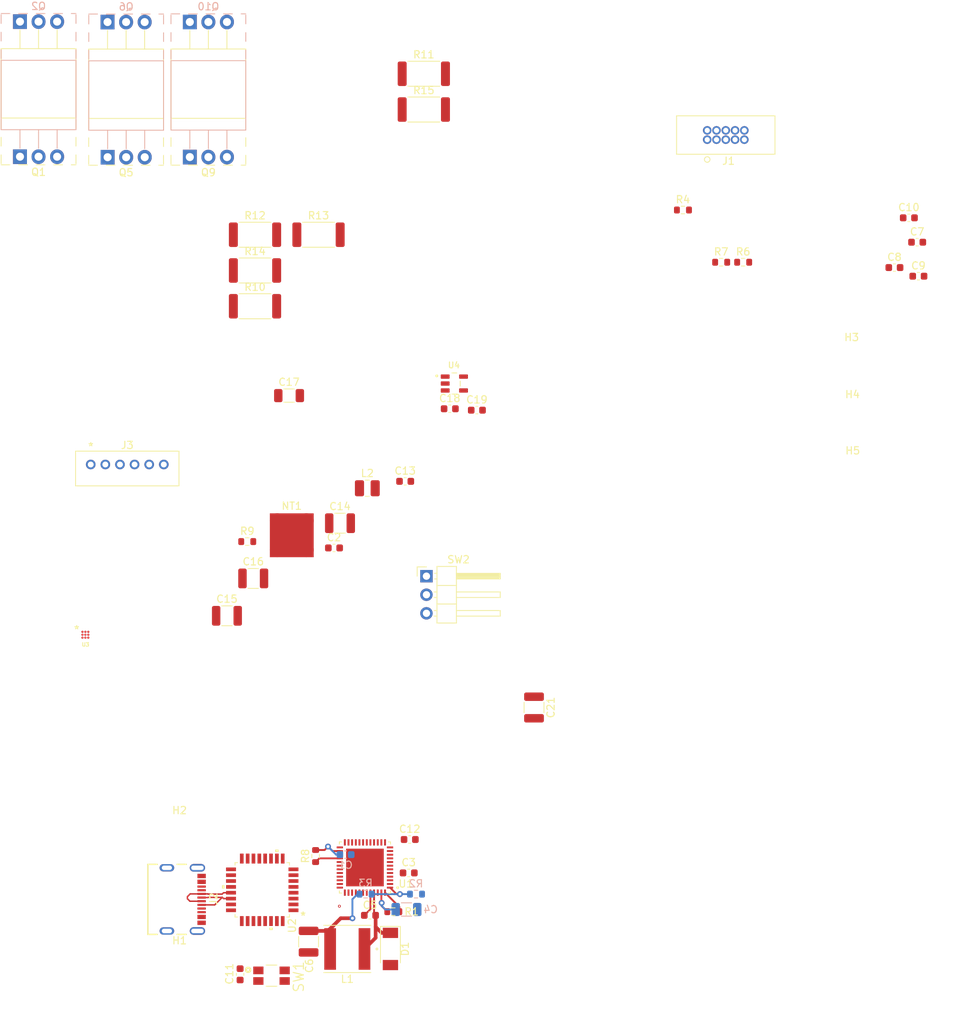
<source format=kicad_pcb>
(kicad_pcb (version 20211014) (generator pcbnew)
  (layers (0 "F.Cu" signal) (1 "In1.Cu" signal) (2 "In2.Cu" signal) (31 "B.Cu" signal) (34 "B.Paste" user) (35 "F.Paste" user) (36 "B.SilkS" user "B.Silkscreen") (37 "F.SilkS" user "F.Silkscreen") (38 "B.Mask" user) (39 "F.Mask" user) (44 "Edge.Cuts" user))
  (net 0 "")
  (net 1 "VREF")
  (net 2 "SNA")
  (net 3 "DVDD")
  (net 4 "Net-(C3-Pad1)")
  (net 5 "VIN")
  (net 6 "Net-(C5-Pad1)")
  (net 7 "Net-(C5-Pad2)")
  (net 8 "GNDD")
  (net 9 "Switched_Power")
  (net 10 "NRST")
  (net 11 "Net-(C12-Pad1)")
  (net 12 "Net-(C12-Pad2)")
  (net 13 "+5V")
  (net 14 "Net-(C18-Pad1)")
  (net 15 "+3V3")
  (net 16 "SWDIO")
  (net 17 "SWCLK")
  (net 18 "SWO")
  (net 19 "JTDI")
  (net 20 "USB-")
  (net 21 "USB+")
  (net 26 "HALL_C")
  (net 27 "HALL_B")
  (net 28 "HALL_A")
  (net 29 "TEMP")
  (net 30 "Net-(L2-Pad2)")
  (net 31 "GHA")
  (net 32 "SHA")
  (net 33 "GLA")
  (net 34 "SPA")
  (net 35 "GHB")
  (net 36 "SHB")
  (net 37 "GLB")
  (net 38 "SPB")
  (net 39 "GHC")
  (net 40 "SHC")
  (net 41 "GLC")
  (net 42 "SPC")
  (net 43 "Net-(R1-Pad2)")
  (net 44 "Net-(R2-Pad2)")
  (net 45 "Net-(R6-Pad1)")
  (net 46 "Net-(R6-Pad2)")
  (net 47 "FAULT")
  (net 48 "MISO")
  (net 49 "SOC")
  (net 50 "SOB")
  (net 51 "PWM")
  (net 52 "S0")
  (net 53 "S1")
  (net 54 "S2")
  (net 55 "DIR")
  (net 56 "nBrake")
  (net 58 "SOA")
  (net 59 "MOSI")
  (net 60 "SCK")
  (net 61 "CS")
  (net 62 "ENABLE")
  (net 63 "CAL")
  (footprint "Package_TO_SOT_THT:TO-220-3_Horizontal_TabUp" (layer "F.Cu") (at 111.35 49.9)
    (fp_text reference "Q5" (at 2.54 20.58) (layer "F.SilkS"))
    (fp_text value "IRF1010EPBF")
    (pad "1" thru_hole rect (at 0 0) (size 1.905 2) (drill 1.1) (layers *.Cu *.Mask) (net 35 "GHB"))
    (pad "2" thru_hole oval (at 2.54 0) (size 1.905 2) (drill 1.1) (layers *.Cu *.Mask) (net 5 "VIN"))
    (pad "3" thru_hole oval (at 5.08 0) (size 1.905 2) (drill 1.1) (layers *.Cu *.Mask) (net 36 "SHB"))
  )
  (footprint "Capacitor_SMD:C_1210_3225Metric" (layer "F.Cu") (at 138.86 175.65 90)
    (fp_text reference "C6" (at -3.3 0.1 90) (layer "F.SilkS"))
    (fp_text value "10uF/X7R/63V")
    (pad "1" smd roundrect locked (at -1.475 0 90) (size 1.15 2.7) (layers "F.Cu" "F.Paste" "F.Mask") (roundrect_rratio 0.217391) (net 2 "SNA"))
    (pad "2" smd roundrect locked (at 1.475 0 90) (size 1.15 2.7) (layers "F.Cu" "F.Paste" "F.Mask") (roundrect_rratio 0.217391) (net 1 "VREF"))
  )
  (footprint "Resistor_SMD:R_2512_6332Metric" (layer "F.Cu") (at 131.53 83.87)
    (fp_text reference "R14" (at 0 -2.62) (layer "F.SilkS"))
    (fp_text value "1L0/2W/1%")
    (pad "1" smd roundrect locked (at -2.9625 0) (size 1.225 3.35) (layers "F.Cu" "F.Paste" "F.Mask") (roundrect_rratio 0.204082) (net 42 "SPC"))
    (pad "2" smd roundrect locked (at 2.9625 0) (size 1.225 3.35) (layers "F.Cu" "F.Paste" "F.Mask") (roundrect_rratio 0.204082) (net 2 "SNA"))
  )
  (footprint "Capacitor_SMD:C_0603_1608Metric" (layer "F.Cu") (at 221 76.67)
    (fp_text reference "C10" (at 0 -1.43) (layer "F.SilkS"))
    (fp_text value "1uF/16V")
    (pad "1" smd roundrect locked (at -0.775 0) (size 0.9 0.95) (layers "F.Cu" "F.Paste" "F.Mask") (net 8 "GNDD"))
    (pad "2" smd roundrect locked (at 0.775 0) (size 0.9 0.95) (layers "F.Cu" "F.Paste" "F.Mask") (net 9 "Switched_Power"))
  )
  (footprint "Capacitor_SMD:C_0603_1608Metric" (layer "F.Cu") (at 161.89 102.97)
    (fp_text reference "C19" (at 0 -1.43) (layer "F.SilkS"))
    (fp_text value "1uF/16V")
    (pad "1" smd roundrect locked (at -0.775 0) (size 0.9 0.95) (layers "F.Cu" "F.Paste" "F.Mask") (net 15 "+3V3"))
    (pad "2" smd roundrect locked (at 0.775 0) (size 0.9 0.95) (layers "F.Cu" "F.Paste" "F.Mask") (net 8 "GNDD"))
  )
  (footprint "Resistor_SMD:R_2512_6332Metric" (layer "F.Cu") (at 131.53 78.98)
    (fp_text reference "R12" (at 0 -2.62) (layer "F.SilkS"))
    (fp_text value "1L0/2W/1%")
    (pad "1" smd roundrect locked (at -2.9625 0) (size 1.225 3.35) (layers "F.Cu" "F.Paste" "F.Mask") (roundrect_rratio 0.204082) (net 38 "SPB"))
    (pad "2" smd roundrect locked (at 2.9625 0) (size 1.225 3.35) (layers "F.Cu" "F.Paste" "F.Mask") (roundrect_rratio 0.204082) (net 2 "SNA"))
  )
  (footprint "Resistor_SMD:R_0603_1608Metric" (layer "F.Cu") (at 190.09 75.6)
    (fp_text reference "R4" (at 0 -1.43) (layer "F.SilkS"))
    (fp_text value "10k/1%/0.1W")
    (pad "1" smd roundrect locked (at -0.825 0) (size 0.8 0.95) (layers "F.Cu" "F.Paste" "F.Mask") (net 8 "GNDD"))
    (pad "2" smd roundrect locked (at 0.825 0) (size 0.8 0.95) (layers "F.Cu" "F.Paste" "F.Mask") (net 9 "Switched_Power"))
  )
  (footprint "Capacitor_SMD:C_0603_1608Metric" (layer "F.Cu") (at 147.26 172.05)
    (fp_text reference "C5" (at 0 -1.4) (layer "F.SilkS"))
    (fp_text value "1uF/16V")
    (pad "1" smd roundrect locked (at -0.775 0) (size 0.9 0.95) (layers "F.Cu" "F.Paste" "F.Mask") (net 6 "Net-(C5-Pad1)"))
    (pad "2" smd roundrect locked (at 0.775 0) (size 0.9 0.95) (layers "F.Cu" "F.Paste" "F.Mask") (net 7 "Net-(C5-Pad2)"))
  )
  (footprint "MountingHole:MountingHole_2.7mm" (layer "F.Cu") (at 213.17 96.71)
    (fp_text reference "H3" (at 0 -3.7) (layer "F.SilkS"))
    (fp_text value "MountingHole_Pad")
    (pad "" np_thru_hole circle locked (at 0 0) (size 2.7 2.7) (drill 2.7) (layers *.Cu *.Mask))
  )
  (footprint "ul_FAN48610UC50X:FAN48610UC50X" (layer "F.Cu") (at 108.32 133.68)
    (fp_text reference "U3" (at 0.02 1.35) (layer "F.SilkS") (effects (font (size 0.5 0.5) (thickness 0.125))))
    (fp_text value "FAN48610UC50X" hide)
    (fp_text user "*" (at -1.19 -0.7) (layer "F.SilkS"))
    (pad "A1" smd circle (at -0.4 -0.4) (size 0.3048 0.3048) (layers "F.Cu" "F.Paste" "F.Mask") (net 13 "+5V"))
    (pad "A2" smd circle (at 0 -0.4) (size 0.3048 0.3048) (layers "F.Cu" "F.Paste" "F.Mask") (net 13 "+5V"))
    (pad "A3" smd circle (at 0.4 -0.4) (size 0.3048 0.3048) (layers "F.Cu" "F.Paste" "F.Mask") (net 1 "VREF"))
    (pad "B1" smd circle (at -0.4 0) (size 0.3048 0.3048) (layers "F.Cu" "F.Paste" "F.Mask") (net 30 "Net-(L2-Pad2)"))
    (pad "B2" smd circle (at 0 0) (size 0.3048 0.3048) (layers "F.Cu" "F.Paste" "F.Mask") (net 30 "Net-(L2-Pad2)"))
    (pad "B3" smd circle (at 0.4 0) (size 0.3048 0.3048) (layers "F.Cu" "F.Paste" "F.Mask") (net 1 "VREF"))
    (pad "C1" smd circle (at -0.4 0.4) (size 0.3048 0.3048) (layers "F.Cu" "F.Paste" "F.Mask") (net 8 "GNDD"))
    (pad "C2" smd circle (at 0 0.4) (size 0.3048 0.3048) (layers "F.Cu" "F.Paste" "F.Mask") (net 8 "GNDD"))
    (pad "C3" smd circle (at 0.4 0.4) (size 0.3048 0.3048) (layers "F.Cu" "F.Paste" "F.Mask") (net 8 "GNDD"))
  )
  (footprint "Capacitor_SMD:C_1210_3225Metric" (layer "F.Cu") (at 127.69 131.09)
    (fp_text reference "C15" (at 0 -2.3) (layer "F.SilkS"))
    (fp_text value "10uF/X7R/63V")
    (pad "1" smd roundrect locked (at -1.475 0) (size 1.15 2.7) (layers "F.Cu" "F.Paste" "F.Mask") (roundrect_rratio 0.217391) (net 5 "VIN"))
    (pad "2" smd roundrect locked (at 1.475 0) (size 1.15 2.7) (layers "F.Cu" "F.Paste" "F.Mask") (roundrect_rratio 0.217391) (net 2 "SNA"))
  )
  (footprint "LP5907MFX-3:SOT95P280X145-5N" (layer "F.Cu") (at 158.81 99.33)
    (fp_text reference "U4" (at -0.06 -2.508) (layer "F.SilkS") (effects (font (size 0.8 0.8))))
    (fp_text value "LP5907MFX-3.3/NOPB")
    (pad "1" smd roundrect locked (at -1.255 -0.95) (size 1.21 0.59) (layers "F.Cu" "F.Paste" "F.Mask") (roundrect_rratio 0.15) (net 14 "Net-(C18-Pad1)"))
    (pad "2" smd roundrect locked (at -1.255 0) (size 1.21 0.59) (layers "F.Cu" "F.Paste" "F.Mask") (roundrect_rratio 0.15) (net 8 "GNDD"))
    (pad "3" smd roundrect locked (at -1.255 0.95) (size 1.21 0.59) (layers "F.Cu" "F.Paste" "F.Mask") (roundrect_rratio 0.15) (net 14 "Net-(C18-Pad1)"))
    (pad "4" smd roundrect locked (at 1.255 0.95) (size 1.21 0.59) (layers "F.Cu" "F.Paste" "F.Mask") (roundrect_rratio 0.15))
    (pad "5" smd roundrect locked (at 1.255 -0.95) (size 1.21 0.59) (layers "F.Cu" "F.Paste" "F.Mask") (roundrect_rratio 0.15) (net 15 "+3V3"))
  )
  (footprint "Capacitor_SMD:C_1206_3216Metric" (layer "F.Cu") (at 136.19 100.98)
    (fp_text reference "C17" (at 0 -1.85) (layer "F.SilkS"))
    (fp_text value "2.2uF/100V/X7R")
    (pad "1" smd roundrect locked (at -1.475 0) (size 1.15 1.8) (layers "F.Cu" "F.Paste" "F.Mask") (roundrect_rratio 0.217391) (net 1 "VREF"))
    (pad "2" smd roundrect locked (at 1.475 0) (size 1.15 1.8) (layers "F.Cu" "F.Paste" "F.Mask") (roundrect_rratio 0.217391) (net 8 "GNDD"))
  )
  (footprint "MountingHole:MountingHole_2.7mm" (layer "F.Cu") (at 121.2 161.4)
    (fp_text reference "H2" (at 0 -3.7) (layer "F.SilkS"))
    (fp_text value "MountingHole_Pad")
    (pad "" np_thru_hole circle locked (at 0 0) (size 2.7 2.7) (drill 2.7) (layers *.Cu *.Mask))
  )
  (footprint "MountingHole:MountingHole_2.7mm" (layer "F.Cu") (at 213.32 112.21)
    (fp_text reference "H5" (at 0 -3.7) (layer "F.SilkS"))
    (fp_text value "MountingHole_Pad")
    (pad "" np_thru_hole circle locked (at 0 0) (size 2.7 2.7) (drill 2.7) (layers *.Cu *.Mask))
  )
  (footprint "USB4105-GF-A:GCT_USB4105-GF-A" (layer "F.Cu") (at 119.47 169.87 -90)
    (fp_text reference "J2" (at -0.0475 -6.395 90) (layer "F.SilkS"))
    (fp_text value "USB4105-GF-A")
    (pad "" np_thru_hole circle locked (at -2.89 -3.68 270) (size 0.65 0.65) (drill 0.65) (layers *.Cu *.Mask))
    (pad "" np_thru_hole circle locked (at 2.89 -3.68 270) (size 0.65 0.65) (drill 0.65) (layers *.Cu *.Mask))
    (pad "A1_B12" smd rect locked (at -3.2 -4.755 270) (size 0.6 1.15) (layers "F.Cu" "F.Paste" "F.Mask") (net 8 "GNDD"))
    (pad "A4_B9" smd rect locked (at -2.4 -4.755 270) (size 0.6 1.15) (layers "F.Cu" "F.Paste" "F.Mask") (net 14 "Net-(C18-Pad1)"))
    (pad "A5" smd rect locked (at -1.25 -4.755 270) (size 0.3 1.15) (layers "F.Cu" "F.Paste" "F.Mask"))
    (pad "A6" smd rect locked (at -0.25 -4.755 270) (size 0.3 1.15) (layers "F.Cu" "F.Paste" "F.Mask") (net 21 "USB+"))
    (pad "A7" smd rect locked (at 0.25 -4.755 270) (size 0.3 1.15) (layers "F.Cu" "F.Paste" "F.Mask") (net 20 "USB-"))
    (pad "A8" smd rect locked (at 1.25 -4.755 270) (size 0.3 1.15) (layers "F.Cu" "F.Paste" "F.Mask"))
    (pad "B1_A12" smd rect locked (at 3.2 -4.755 270) (size 0.6 1.15) (layers "F.Cu" "F.Paste" "F.Mask") (net 8 "GNDD"))
    (pad "B4_A9" smd rect locked (at 2.4 -4.755 270) (size 0.6 1.15) (layers "F.Cu" "F.Paste" "F.Mask") (net 14 "Net-(C18-Pad1)"))
    (pad "B5" smd rect locked (at 1.75 -4.755 270) (size 0.3 1.15) (layers "F.Cu" "F.Paste" "F.Mask"))
    (pad "B6" smd rect locked (at 0.75 -4.755 270) (size 0.3 1.15) (layers "F.Cu" "F.Paste" "F.Mask") (net 21 "USB+"))
    (pad "B7" smd rect locked (at -0.75 -4.755 270) (size 0.3 1.15) (layers "F.Cu" "F.Paste" "F.Mask") (net 20 "USB-"))
    (pad "B8" smd rect locked (at -1.75 -4.755 270) (size 0.3 1.15) (layers "F.Cu" "F.Paste" "F.Mask"))
    (pad "S1" thru_hole oval locked (at -4.32 -4.18 270) (size 1.05 2.1) (drill oval 0.6 1.7) (layers *.Cu *.Mask) (net 8 "GNDD"))
    (pad "S2" thru_hole oval locked (at -4.32 0 270) (size 1 2) (drill oval 0.6 1.4) (layers *.Cu *.Mask) (net 8 "GNDD"))
    (pad "S3" thru_hole oval locked (at 4.32 0 270) (size 1 2) (drill oval 0.6 1.4) (layers *.Cu *.Mask) (net 8 "GNDD"))
    (pad "S4" thru_hole oval locked (at 4.32 -4.18 270) (size 1.05 2.1) (drill oval 0.6 1.7) (layers *.Cu *.Mask) (net 8 "GNDD"))
  )
  (footprint "MountingHole:MountingHole_2.7mm" (layer "F.Cu") (at 213.29 104.52)
    (fp_text reference "H4" (at 0 -3.7) (layer "F.SilkS"))
    (fp_text value "MountingHole_Pad")
    (pad "" np_thru_hole circle locked (at 0 0) (size 2.7 2.7) (drill 2.7) (layers *.Cu *.Mask))
  )
  (footprint "Capacitor_SMD:C_1210_3225Metric" (layer "F.Cu") (at 143.16 118.43)
    (fp_text reference "C14" (at 0 -2.3) (layer "F.SilkS"))
    (fp_text value "10uF/X7R/63V")
    (pad "1" smd roundrect locked (at -1.475 0) (size 1.15 2.7) (layers "F.Cu" "F.Paste" "F.Mask") (roundrect_rratio 0.217391) (net 5 "VIN"))
    (pad "2" smd roundrect locked (at 1.475 0) (size 1.15 2.7) (layers "F.Cu" "F.Paste" "F.Mask") (roundrect_rratio 0.217391) (net 2 "SNA"))
  )
  (footprint "Capacitor_SMD:C_0603_1608Metric" (layer "F.Cu") (at 219.03 83.47)
    (fp_text reference "C8" (at 0 -1.43) (layer "F.SilkS"))
    (fp_text value "100nF/X7R/100V")
    (pad "1" smd roundrect locked (at -0.775 0) (size 0.9 0.95) (layers "F.Cu" "F.Paste" "F.Mask") (net 8 "GNDD"))
    (pad "2" smd roundrect locked (at 0.775 0) (size 0.9 0.95) (layers "F.Cu" "F.Paste" "F.Mask") (net 9 "Switched_Power"))
  )
  (footprint "Diode_SMD:D_SOD-128" (layer "F.Cu") (at 150.06 176.65 -90)
    (fp_text reference "D1" (at 0 -2 -270) (layer "F.SilkS"))
    (fp_text value "60V 1A")
    (pad "1" smd rect locked (at -2.2 0 270) (size 1.4 2.1) (layers "F.Cu" "F.Paste" "F.Mask") (net 7 "Net-(C5-Pad2)"))
    (pad "2" smd rect locked (at 2.2 0 270) (size 1.4 2.1) (layers "F.Cu" "F.Paste" "F.Mask") (net 2 "SNA"))
  )
  (footprint "Capacitor_SMD:C_0603_1608Metric" (layer "F.Cu") (at 222.31 84.65)
    (fp_text reference "C9" (at 0 -1.43) (layer "F.SilkS"))
    (fp_text value "100nF/X7R/100V")
    (pad "1" smd roundrect locked (at -0.775 0) (size 0.9 0.95) (layers "F.Cu" "F.Paste" "F.Mask") (net 8 "GNDD"))
    (pad "2" smd roundrect locked (at 0.775 0) (size 0.9 0.95) (layers "F.Cu" "F.Paste" "F.Mask") (net 9 "Switched_Power"))
  )
  (footprint "Package_TO_SOT_THT:TO-220-3_Horizontal_TabUp" (layer "F.Cu") (at 99.37 49.84)
    (fp_text reference "Q1" (at 2.54 20.58) (layer "F.SilkS"))
    (fp_text value "IRF1010EPBF")
    (pad "1" thru_hole rect (at 0 0) (size 1.905 2) (drill 1.1) (layers *.Cu *.Mask) (net 31 "GHA"))
    (pad "2" thru_hole oval (at 2.54 0) (size 1.905 2) (drill 1.1) (layers *.Cu *.Mask) (net 5 "VIN"))
    (pad "3" thru_hole oval (at 5.08 0) (size 1.905 2) (drill 1.1) (layers *.Cu *.Mask) (net 32 "SHA"))
  )
  (footprint "Resistor_SMD:R_0603_1608Metric" (layer "F.Cu") (at 150.46 171.55)
    (fp_text reference "R1" (at 2.5 0) (layer "F.SilkS"))
    (fp_text value "100K/1%/0.1W")
    (pad "1" smd roundrect locked (at -0.825 0) (size 0.8 0.95) (layers "F.Cu" "F.Paste" "F.Mask") (net 5 "VIN"))
    (pad "2" smd roundrect locked (at 0.825 0) (size 0.8 0.95) (layers "F.Cu" "F.Paste" "F.Mask") (net 43 "Net-(R1-Pad2)"))
  )
  (footprint "Capacitor_SMD:C_1210_3225Metric" (layer "F.Cu") (at 169.71 143.63 -90)
    (fp_text reference "C21" (at 0 -2.3 90) (layer "F.SilkS"))
    (fp_text value "10uF/X7R/63V")
    (pad "1" smd roundrect locked (at -1.475 0 270) (size 1.15 2.7) (layers "F.Cu" "F.Paste" "F.Mask") (roundrect_rratio 0.217391) (net 5 "VIN"))
    (pad "2" smd roundrect locked (at 1.475 0 270) (size 1.15 2.7) (layers "F.Cu" "F.Paste" "F.Mask") (roundrect_rratio 0.217391) (net 2 "SNA"))
  )
  (footprint "Capacitor_SMD:C_0603_1608Metric" (layer "F.Cu") (at 158.18 102.78)
    (fp_text reference "C18" (at 0 -1.43) (layer "F.SilkS"))
    (fp_text value "1uF/16V")
    (pad "1" smd roundrect locked (at -0.775 0) (size 0.9 0.95) (layers "F.Cu" "F.Paste" "F.Mask") (net 14 "Net-(C18-Pad1)"))
    (pad "2" smd roundrect locked (at 0.775 0) (size 0.9 0.95) (layers "F.Cu" "F.Paste" "F.Mask") (net 8 "GNDD"))
  )
  (footprint "Capacitor_SMD:C_0603_1608Metric" (layer "F.Cu") (at 152.56 166.25)
    (fp_text reference "C3" (at 0 -1.43) (layer "F.SilkS"))
    (fp_text value "1uF/16V")
    (pad "1" smd roundrect locked (at -0.775 0) (size 0.9 0.95) (layers "F.Cu" "F.Paste" "F.Mask") (net 4 "Net-(C3-Pad1)"))
    (pad "2" smd roundrect locked (at 0.775 0) (size 0.9 0.95) (layers "F.Cu" "F.Paste" "F.Mask") (net 5 "VIN"))
  )
  (footprint "EVQ-P7J01P:SW_EVQ-P7J01P" (layer "F.Cu") (at 133.78821 180.305)
    (fp_text reference "SW1" (at 3.72179 0.155 90) (layer "F.SilkS") (effects (font (size 1.401614 1.401614))))
    (fp_text value "EVQ-P7J01P")
    (pad "1_1" smd rect locked (at -1.8 -0.725) (size 1.4 1.05) (layers "F.Cu" "F.Paste" "F.Mask") (net 10 "NRST"))
    (pad "1_2" smd rect locked (at 1.8 -0.725) (size 1.4 1.05) (layers "F.Cu" "F.Paste" "F.Mask") (net 10 "NRST"))
    (pad "2_1" smd rect locked (at -1.8 0.725) (size 1.4 1.05) (layers "F.Cu" "F.Paste" "F.Mask") (net 8 "GNDD"))
    (pad "2_2" smd rect locked (at 1.8 0.725) (size 1.4 1.05) (layers "F.Cu" "F.Paste" "F.Mask") (net 8 "GNDD"))
  )
  (footprint "ul_STM32G441KBT3:STM32G441KBT3" (layer "F.Cu") (at 132.52 168.56 180)
    (fp_text reference "U2" (at -4.0905 -4.9 90) (layer "F.SilkS"))
    (fp_text value "STM32G441KBT6" hide)
    (fp_text user "*" (at -5.588 -3.581) (layer "F.SilkS"))
    (fp_text user "*" (at -5.588 -3.581) (layer "F.SilkS"))
    (pad "1" smd rect (at -4.27355 -2.799999 270) (size 0.5008 1.3589) (layers "F.Cu" "F.Paste" "F.Mask") (net 9 "Switched_Power"))
    (pad "2" smd rect (at -4.27355 -2.000001 270) (size 0.5008 1.3589) (layers "F.Cu" "F.Paste" "F.Mask") (net 63 "CAL"))
    (pad "3" smd rect (at -4.27355 -1.2 270) (size 0.5008 1.3589) (layers "F.Cu" "F.Paste" "F.Mask"))
    (pad "4" smd rect (at -4.27355 -0.399999 270) (size 0.5008 1.3589) (layers "F.Cu" "F.Paste" "F.Mask") (net 10 "NRST"))
    (pad "5" smd rect (at -4.27355 0.399999 270) (size 0.5008 1.3589) (layers "F.Cu" "F.Paste" "F.Mask") (net 58 "SOA"))
    (pad "6" smd rect (at -4.27355 1.2 270) (size 0.5008 1.3589) (layers "F.Cu" "F.Paste" "F.Mask") (net 50 "SOB"))
    (pad "7" smd rect (at -4.27355 1.999999 270) (size 0.5008 1.3589) (layers "F.Cu" "F.Paste" "F.Mask") (net 49 "SOC"))
    (pad "8" smd rect (at -4.27355 2.799999 270) (size 0.5008 1.3589) (layers "F.Cu" "F.Paste" "F.Mask") (net 29 "TEMP"))
    (pad "9" smd rect (at -2.799999 4.27355 180) (size 0.5008 1.3589) (layers "F.Cu" "F.Paste" "F.Mask") (net 28 "HALL_A"))
    (pad "10" smd rect (at -2.000001 4.27355 180) (size 0.5008 1.3589) (layers "F.Cu" "F.Paste" "F.Mask") (net 27 "HALL_B"))
    (pad "11" smd rect (at -1.2 4.27355 180) (size 0.5008 1.3589) (layers "F.Cu" "F.Paste" "F.Mask") (net 26 "HALL_C"))
    (pad "12" smd rect (at -0.399999 4.27355 180) (size 0.5008 1.3589) (layers "F.Cu" "F.Paste" "F.Mask") (net 62 "ENABLE"))
    (pad "13" smd rect (at 0.399999 4.27355 180) (size 0.5008 1.3589) (layers "F.Cu" "F.Paste" "F.Mask") (net 56 "nBrake"))
    (pad "14" smd rect (at 1.2 4.27355 180) (size 0.5008 1.3589) (layers "F.Cu" "F.Paste" "F.Mask") (net 8 "GNDD"))
    (pad "15" smd rect (at 1.999999 4.27355 180) (size 0.5008 1.3589) (layers "F.Cu" "F.Paste" "F.Mask") (net 9 "Switched_Power"))
    (pad "16" smd rect (at 2.799999 4.27355 180) (size 0.5008 1.3589) (layers "F.Cu" "F.Paste" "F.Mask") (net 8 "GNDD"))
    (pad "17" smd rect (at 4.27355 2.799999 270) (size 0.5008 1.3589) (layers "F.Cu" "F.Paste" "F.Mask") (net 9 "Switched_Power"))
    (pad "18" smd rect (at 4.27355 2.000001 270) (size 0.5008 1.3589) (layers "F.Cu" "F.Paste" "F.Mask") (net 52 "S0"))
    (pad "19" smd rect (at 4.27355 1.2 270) (size 0.5008 1.3589) (layers "F.Cu" "F.Paste" "F.Mask") (net 53 "S1"))
    (pad "20" smd rect (at 4.27355 0.399999 270) (size 0.5008 1.3589) (layers "F.Cu" "F.Paste" "F.Mask") (net 54 "S2"))
    (pad "21" smd rect (at 4.27355 -0.399999 270) (size 0.5008 1.3589) (layers "F.Cu" "F.Paste" "F.Mask") (net 20 "USB-"))
    (pad "22" smd rect (at 4.27355 -1.2 270) (size 0.5008 1.3589) (layers "F.Cu" "F.Paste" "F.Mask") (net 21 "USB+"))
    (pad "23" smd rect (at 4.27355 -1.999999 270) (size 0.5008 1.3589) (layers "F.Cu" "F.Paste" "F.Mask") (net 16 "SWDIO"))
    (pad "24" smd rect (at 4.27355 -2.799999 270) (size 0.5008 1.3589) (layers "F.Cu" "F.Paste" "F.Mask") (net 17 "SWCLK"))
    (pad "25" smd rect (at 2.799999 -4.27355 180) (size 0.5008 1.3589) (layers "F.Cu" "F.Paste" "F.Mask") (net 61 "CS"))
    (pad "26" smd rect (at 2.000001 -4.27355 180) (size 0.5008 1.3589) (layers "F.Cu" "F.Paste" "F.Mask") (net 60 "SCK"))
    (pad "27" smd rect (at 1.2 -4.27355 180) (size 0.5008 1.3589) (layers "F.Cu" "F.Paste" "F.Mask") (net 48 "MISO"))
    (pad "28" smd rect (at 0.399999 -4.27355 180) (size 0.5008 1.3589) (layers "F.Cu" "F.Paste" "F.Mask") (net 59 "MOSI"))
    (pad "29" smd rect (at -0.399999 -4.27355 180) (size 0.5008 1.3589) (layers "F.Cu" "F.Paste" "F.Mask") (net 51 "PWM"))
    (pad "30" smd rect (at -1.2 -4.27355 180) (size 0.5008 1.3589) (layers "F.Cu" "F.Paste" "F.Mask") (net 55 "DIR"))
    (pad "31" smd rect (at -1.999999 -4.27355 180) (size 0.5008 1.3589) (layers "F.Cu" "F.Paste" "F.Mask") (net 46 "Net-(R6-Pad2)"))
    (pad "32" smd rect (at -2.799999 -4.27355 180) (size 0.5008 1.3589) (layers "F.Cu" "F.Paste" "F.Mask") (net 8 "GNDD"))
  )
  (footprint "NetTie:NetTie-4_SMD_Pad2.0mm" (layer "F.Cu") (at 136.56 120.08)
    (fp_text reference "NT1" (at 0 -4) (layer "F.SilkS"))
    (fp_text value "NetTie_2")
    (fp_poly (pts (xy -3 -3) (xy 3 -3) (xy 3 3) (xy -3 3)) (layer "F.Cu") (width 0) (fill solid))
    (pad "1" smd circle locked (at -2 -2) (size 2 2) (layers "F.Cu") (net 8 "GNDD"))
    (pad "2" smd circle locked (at 2 -2) (size 2 2) (layers "F.Cu") (net 2 "SNA"))
    (pad "3" smd circle locked (at -2 2) (size 2 2) (layers "F.Cu"))
    (pad "4" smd circle locked (at 2 2) (size 2 2) (layers "F.Cu"))
  )
  (footprint "Inductor_SMD:L_1008_2520Metric" (layer "F.Cu") (at 146.9 113.65)
    (fp_text reference "L2" (at 0 -2.05) (layer "F.SilkS"))
    (fp_text value "0.47uH/1A")
    (pad "1" smd roundrect locked (at -1.075 0) (size 1.25 2.2) (layers "F.Cu" "F.Paste" "F.Mask") (roundrect_rratio 0.2) (net 1 "VREF"))
    (pad "2" smd roundrect locked (at 1.075 0) (size 1.25 2.2) (layers "F.Cu" "F.Paste" "F.Mask") (roundrect_rratio 0.2) (net 30 "Net-(L2-Pad2)"))
  )
  (footprint "Capacitor_SMD:C_0603_1608Metric" (layer "F.Cu") (at 222.14 80)
    (fp_text reference "C7" (at 0 -1.43) (layer "F.SilkS"))
    (fp_text value "100nF/X7R/100V")
    (pad "1" smd roundrect locked (at -0.775 0) (size 0.9 0.95) (layers "F.Cu" "F.Paste" "F.Mask") (net 8 "GNDD"))
    (pad "2" smd roundrect locked (at 0.775 0) (size 0.9 0.95) (layers "F.Cu" "F.Paste" "F.Mask") (net 9 "Switched_Power"))
  )
  (footprint "Capacitor_SMD:C_0603_1608Metric" (layer "F.Cu") (at 129.49 180.12 -90)
    (fp_text reference "C11" (at -0.07 1.45 90) (layer "F.SilkS"))
    (fp_text value "100nF/X7R/100V")
    (pad "1" smd roundrect locked (at -0.775 0 270) (size 0.9 0.95) (layers "F.Cu" "F.Paste" "F.Mask") (net 10 "NRST"))
    (pad "2" smd roundrect locked (at 0.775 0 270) (size 0.9 0.95) (layers "F.Cu" "F.Paste" "F.Mask") (net 8 "GNDD"))
  )
  (footprint "DRV8323RSRGZR:QFN50P700X700X100-49N" (layer "F.Cu") (at 146.5725 165.51 180)
    (fp_text reference "U1" (at -5.6075 -2.23) (layer "F.SilkS"))
    (fp_text value "DRV8323RSRGZR")
    (pad "1" smd roundrect locked (at -3.435 -2.75 180) (size 0.86 0.26) (layers "F.Cu" "F.Paste" "F.Mask") (roundrect_rratio 0.03) (net 44 "Net-(R2-Pad2)"))
    (pad "2" smd roundrect locked (at -3.435 -2.25 180) (size 0.86 0.26) (layers "F.Cu" "F.Paste" "F.Mask") (roundrect_rratio 0.03) (net 2 "SNA"))
    (pad "3" smd roundrect locked (at -3.435 -1.75 180) (size 0.86 0.26) (layers "F.Cu" "F.Paste" "F.Mask") (roundrect_rratio 0.03) (net 12 "Net-(C12-Pad2)"))
    (pad "4" smd roundrect locked (at -3.435 -1.25 180) (size 0.86 0.26) (layers "F.Cu" "F.Paste" "F.Mask") (roundrect_rratio 0.03) (net 11 "Net-(C12-Pad1)"))
    (pad "5" smd roundrect locked (at -3.435 -0.75 180) (size 0.86 0.26) (layers "F.Cu" "F.Paste" "F.Mask") (roundrect_rratio 0.03) (net 4 "Net-(C3-Pad1)"))
    (pad "6" smd roundrect locked (at -3.435 -0.25 180) (size 0.86 0.26) (layers "F.Cu" "F.Paste" "F.Mask") (roundrect_rratio 0.03) (net 5 "VIN"))
    (pad "7" smd roundrect locked (at -3.435 0.25 180) (size 0.86 0.26) (layers "F.Cu" "F.Paste" "F.Mask") (roundrect_rratio 0.03) (net 5 "VIN"))
    (pad "8" smd roundrect locked (at -3.435 0.75 180) (size 0.86 0.26) (layers "F.Cu" "F.Paste" "F.Mask") (roundrect_rratio 0.03) (net 31 "GHA"))
    (pad "9" smd roundrect locked (at -3.435 1.25 180) (size 0.86 0.26) (layers "F.Cu" "F.Paste" "F.Mask") (roundrect_rratio 0.03) (net 32 "SHA"))
    (pad "10" smd roundrect locked (at -3.435 1.75 180) (size 0.86 0.26) (layers "F.Cu" "F.Paste" "F.Mask") (roundrect_rratio 0.03) (net 33 "GLA"))
    (pad "11" smd roundrect locked (at -3.435 2.25 180) (size 0.86 0.26) (layers "F.Cu" "F.Paste" "F.Mask") (roundrect_rratio 0.03) (net 34 "SPA"))
    (pad "12" smd roundrect locked (at -3.435 2.75 180) (size 0.86 0.26) (layers "F.Cu" "F.Paste" "F.Mask") (roundrect_rratio 0.03) (net 2 "SNA"))
    (pad "13" smd roundrect locked (at -2.75 3.435 270) (size 0.86 0.26) (layers "F.Cu" "F.Paste" "F.Mask") (roundrect_rratio 0.03) (net 2 "SNA"))
    (pad "14" smd roundrect locked (at -2.25 3.435 270) (size 0.86 0.26) (layers "F.Cu" "F.Paste" "F.Mask") (roundrect_rratio 0.03) (net 38 "SPB"))
    (pad "15" smd roundrect locked (at -1.75 3.435 270) (size 0.86 0.26) (layers "F.Cu" "F.Paste" "F.Mask") (roundrect_rratio 0.03) (net 37 "GLB"))
    (pad "16" smd roundrect locked (at -1.25 3.435 270) (size 0.86 0.26) (layers "F.Cu" "F.Paste" "F.Mask") (roundrect_rratio 0.03) (net 36 "SHB"))
    (pad "17" smd roundrect locked (at -0.75 3.435 270) (size 0.86 0.26) (layers "F.Cu" "F.Paste" "F.Mask") (roundrect_rratio 0.03) (net 35 "GHB"))
    (pad "18" smd roundrect locked (at -0.25 3.435 270) (size 0.86 0.26) (layers "F.Cu" "F.Paste" "F.Mask") (roundrect_rratio 0.03) (net 39 "GHC"))
    (pad "19" smd roundrect locked (at 0.25 3.435 270) (size 0.86 0.26) (layers "F.Cu" "F.Paste" "F.Mask") (roundrect_rratio 0.03) (net 40 "SHC"))
    (pad "20" smd roundrect locked (at 0.75 3.435 270) (size 0.86 0.26) (layers "F.Cu" "F.Paste" "F.Mask") (roundrect_rratio 0.03) (net 41 "GLC"))
    (pad "21" smd roundrect locked (at 1.25 3.435 270) (size 0.86 0.26) (layers "F.Cu" "F.Paste" "F.Mask") (roundrect_rratio 0.03) (net 42 "SPC"))
    (pad "22" smd roundrect locked (at 1.75 3.435 270) (size 0.86 0.26) (layers "F.Cu" "F.Paste" "F.Mask") (roundrect_rratio 0.03) (net 2 "SNA"))
    (pad "23" smd roundrect locked (at 2.25 3.435 270) (size 0.86 0.26) (layers "F.Cu" "F.Paste" "F.Mask") (roundrect_rratio 0.03) (net 49 "SOC"))
    (pad "24" smd roundrect locked (at 2.75 3.435 270) (size 0.86 0.26) (layers "F.Cu" "F.Paste" "F.Mask") (roundrect_rratio 0.03) (net 50 "SOB"))
    (pad "25" smd roundrect locked (at 3.435 2.75 180) (size 0.86 0.26) (layers "F.Cu" "F.Paste" "F.Mask") (roundrect_rratio 0.03) (net 58 "SOA"))
    (pad "26" smd roundrect locked (at 3.435 2.25 180) (size 0.86 0.26) (layers "F.Cu" "F.Paste" "F.Mask") (roundrect_rratio 0.03) (net 1 "VREF"))
    (pad "27" smd roundrect locked (at 3.435 1.75 180) (size 0.86 0.26) (layers "F.Cu" "F.Paste" "F.Mask") (roundrect_rratio 0.03) (net 8 "GNDD"))
    (pad "28" smd roundrect locked (at 3.435 1.25 180) (size 0.86 0.26) (layers "F.Cu" "F.Paste" "F.Mask") (roundrect_rratio 0.03) (net 47 "FAULT"))
    (pad "29" smd roundrect locked (at 3.435 0.75 180) (size 0.86 0.26) (layers "F.Cu" "F.Paste" "F.Mask") (roundrect_rratio 0.03) (net 48 "MISO"))
    (pad "30" smd roundrect locked (at 3.435 0.25 180) (size 0.86 0.26) (layers "F.Cu" "F.Paste" "F.Mask") (roundrect_rratio 0.03) (net 59 "MOSI"))
    (pad "31" smd roundrect locked (at 3.435 -0.25 180) (size 0.86 0.26) (layers "F.Cu" "F.Paste" "F.Mask") (roundrect_rratio 0.03) (net 60 "SCK"))
    (pad "32" smd roundrect locked (at 3.435 -0.75 180) (size 0.86 0.26) (layers "F.Cu" "F.Paste" "F.Mask") (roundrect_rratio 0.03) (net 61 "CS"))
    (pad "33" smd roundrect locked (at 3.435 -1.25 180) (size 0.86 0.26) (layers "F.Cu" "F.Paste" "F.Mask") (roundrect_rratio 0.03) (net 62 "ENABLE"))
    (pad "34" smd roundrect locked (at 3.435 -1.75 180) (size 0.86 0.26) (layers "F.Cu" "F.Paste" "F.Mask") (roundrect_rratio 0.03) (net 63 "CAL"))
    (pad "35" smd roundrect locked (at 3.435 -2.25 180) (size 0.86 0.26) (layers "F.Cu" "F.Paste" "F.Mask") (roundrect_rratio 0.03) (net 8 "GNDD"))
    (pad "36" smd roundrect locked (at 3.435 -2.75 180) (size 0.86 0.26) (layers "F.Cu" "F.Paste" "F.Mask") (roundrect_rratio 0.03) (net 3 "DVDD"))
    (pad "37" smd roundrect locked (at 2.75 -3.435 270) (size 0.86 0.26) (layers "F.Cu" "F.Paste" "F.Mask") (roundrect_rratio 0.03) (net 51 "PWM"))
    (pad "38" smd roundrect locked (at 2.25 -3.435 270) (size 0.86 0.26) (layers "F.Cu" "F.Paste" "F.Mask") (roundrect_rratio 0.03) (net 52 "S0"))
    (pad "39" smd roundrect locked (at 1.75 -3.435 270) (size 0.86 0.26) (layers "F.Cu" "F.Paste" "F.Mask") (roundrect_rratio 0.03) (net 53 "S1"))
    (pad "40" smd roundrect locked (at 1.25 -3.435 270) (size 0.86 0.26) (layers "F.Cu" "F.Paste" "F.Mask") (roundrect_rratio 0.03) (net 54 "S2"))
    (pad "41" smd roundrect locked (at 0.75 -3.435 270) (size 0.86 0.26) (layers "F.Cu" "F.Paste" "F.Mask") (roundrect_rratio 0.03) (net 55 "DIR"))
    (pad "42" smd roundrect locked (at 0.25 -3.435 270) (size 0.86 0.26) (layers "F.Cu" "F.Paste" "F.Mask") (roundrect_rratio 0.03) (net 56 "nBrake"))
    (pad "43" smd roundrect locked (at -0.25 -3.435 270) (size 0.86 0.26) (layers "F.Cu" "F.Paste" "F.Mask") (roundrect_rratio 0.03) (net 2 "SNA"))
    (pad "44" smd roundrect locked (at -0.75 -3.435 270) (size 0.86 0.26) (layers "F.Cu" "F.Paste" "F.Mask") (roundrect_rratio 0.03) (net 6 "Net-(C5-Pad1)"))
    (pad "45" smd roundrect locked (at -1.25 -3.435 270) (size 0.86 0.26) (layers "F.Cu" "F.Paste" "F.Mask") (roundrect_rratio 0.03) (net 7 "Net-(C5-Pad2)"))
    (pad "46" smd roundrect locked (at -1.75 -3.435 270) (size 0.86 0.26) (layers "F.Cu" "F.Paste" "F.Mask") (roundrect_rratio 0.03))
    (pad "47" smd roundrect locked (at -2.25 -3.435 270) (size 0.86 0.26) (layers "F.Cu" "F.Paste" "F.Mask") (roundrect_rratio 0.03) (net 5 "VIN"))
    (pad "48" smd roundrect locked (at -2.75 -3.435 270) (size 0.86 0.26) (layers "F.Cu" "F.Paste" "F.Mask") (roundrect_rratio 0.03) (net 43 "Net-(R1-Pad2)"))
    (pad "49" smd rect locked (at 0 0 180) (size 5.15 5.15) (layers "F.Cu" "F.Mask") (net 2 "SNA"))
  )
  (footprint "Connector_PinHeader_2.54mm:PinHeader_1x03_P2.54mm_Horizontal" (layer "F.Cu") (at 154.99 125.67)
    (fp_text reference "SW2" (at 4.385 -2.27) (layer "F.SilkS"))
    (fp_text value "Boot0")
    (pad "1" thru_hole rect locked (at 0 0) (size 1.7 1.7) (drill 1) (layers *.Cu *.Mask) (net 45 "Net-(R6-Pad1)"))
    (pad "2" thru_hole oval locked (at 0 2.54) (size 1.7 1.7) (drill 1) (layers *.Cu *.Mask) (net 9 "Switched_Power"))
    (pad "3" thru_hole oval locked (at 0 5.08) (size 1.7 1.7) (drill 1) (layers *.Cu *.Mask))
  )
  (footprint "Resistor_SMD:R_2512_6332Metric" (layer "F.Cu") (at 154.63 61.86)
    (fp_text reference "R15" (at 0 -2.62) (layer "F.SilkS"))
    (fp_text value "1L0/2W/1%")
    (pad "1" smd roundrect locked (at -2.9625 0) (size 1.225 3.35) (layers "F.Cu" "F.Paste" "F.Mask") (roundrect_rratio 0.204082) (net 2 "SNA"))
    (pad "2" smd roundrect locked (at 2.9625 0) (size 1.225 3.35) (layers "F.Cu" "F.Paste" "F.Mask") (roundrect_rratio 0.204082) (net 42 "SPC"))
  )
  (footprint "Resistor_SMD:R_0603_1608Metric" (layer "F.Cu") (at 130.47 120.94)
    (fp_text reference "R9" (at 0 -1.43) (layer "F.SilkS"))
    (fp_text value "10k/1%/0.1W")
    (pad "1" smd roundrect locked (at -0.825 0) (size 0.8 0.95) (layers "F.Cu" "F.Paste" "F.Mask") (net 48 "MISO"))
    (pad "2" smd roundrect locked (at 0.825 0) (size 0.8 0.95) (layers "F.Cu" "F.Paste" "F.Mask") (net 1 "VREF"))
  )
  (footprint "3220-10-0100-00:3220-10-0100-00" (layer "F.Cu") (at 193.41 65.98)
    (fp_text reference "J1" (at 2.92 2.92) (layer "F.SilkS"))
    (fp_text value "Conn_02x05_Odd_Even" hide)
    (pad "1" thru_hole circle (at 0 0) (size 1.1684 1.1684) (drill 0.7112) (layers *.Cu *.Mask) (net 9 "Switched_Power"))
    (pad "2" thru_hole circle (at 0 -1.27) (size 1.1684 1.1684) (drill 0.7112) (layers *.Cu *.Mask) (net 16 "SWDIO"))
    (pad "3" thru_hole circle (at 1.27 0) (size 1.1684 1.1684) (drill 0.7112) (layers *.Cu *.Mask) (net 8 "GNDD"))
    (pad "4" thru_hole circle (at 1.27 -1.27) (size 1.1684 1.1684) (drill 0.7112) (layers *.Cu *.Mask) (net 17 "SWCLK"))
    (pad "5" thru_hole circle (at 2.54 0) (size 1.1684 1.1684) (drill 0.7112) (layers *.Cu *.Mask) (net 8 "GNDD"))
    (pad "6" thru_hole circle (at 2.54 -1.27) (size 1.1684 1.1684) (drill 0.7112) (layers *.Cu *.Mask) (net 18 "SWO"))
    (pad "7" thru_hole circle (at 3.81 0) (size 1.1684 1.1684) (drill 0.7112) (layers *.Cu *.Mask) (net 8 "GNDD"))
    (pad "8" thru_hole circle (at 3.81 -1.27) (size 1.1684 1.1684) (drill 0.7112) (layers *.Cu *.Mask) (net 19 "JTDI"))
    (pad "9" thru_hole circle (at 5.08 0) (size 1.1684 1.1684) (drill 0.7112) (layers *.Cu *.Mask) (net 8 "GNDD"))
    (pad "10" thru_hole circle (at 5.08 -1.27) (size 1.1684 1.1684) (drill 0.7112) (layers *.Cu *.Mask) (net 10 "NRST"))
  )
  (footprint "Resistor_SMD:R_0603_1608Metric" (layer "F.Cu") (at 198.33 82.74)
    (fp_text reference "R6" (at 0 -1.43) (layer "F.SilkS"))
    (fp_text value "10k/1%/0.1W")
    (pad "1" smd roundrect locked (at -0.825 0) (size 0.8 0.95) (layers "F.Cu" "F.Paste" "F.Mask") (net 45 "Net-(R6-Pad1)"))
    (pad "2" smd roundrect locked (at 0.825 0) (size 0.8 0.95) (layers "F.Cu" "F.Paste" "F.Mask") (net 46 "Net-(R6-Pad2)"))
  )
  (footprint "ul_B6B-PH-K-S-LF-SN:B6B-PH-K-SLFSN" (layer "F.Cu") (at 109.05 110.4)
    (fp_text reference "J3" (at 5 -2.63) (layer "F.SilkS"))
    (fp_text value "Conn_01x06_Male" hide)
    (fp_text user "*" (at 0.01 -2.45) (layer "F.SilkS"))
    (pad "1" thru_hole circle (at 0 0) (size 1.3208 1.3208) (drill 0.8128) (layers *.Cu *.Mask) (net 8 "GNDD"))
    (pad "2" thru_hole circle (at 2.000001 0) (size 1.3208 1.3208) (drill 0.8128) (layers *.Cu *.Mask) (net 26 "HALL_C"))
    (pad "3" thru_hole circle (at 4 0) (size 1.3208 1.3208) (drill 0.8128) (layers *.Cu *.Mask) (net 27 "HALL_B"))
    (pad "4" thru_hole circle (at 6.000001 0) (size 1.3208 1.3208) (drill 0.8128) (layers *.Cu *.Mask) (net 28 "HALL_A"))
    (pad "5" thru_hole circle (at 7.999999 0) (size 1.3208 1.3208) (drill 0.8128) (layers *.Cu *.Mask) (net 29 "TEMP"))
    (pad "6" thru_hole circle (at 10 0) (size 1.3208 1.3208) (drill 0.8128) (layers *.Cu *.Mask) (net 13 "+5V"))
  )
  (footprint "Resistor_SMD:R_2512_6332Metric" (layer "F.Cu") (at 140.22 78.98)
    (fp_text reference "R13" (at 0 -2.62) (layer "F.SilkS"))
    (fp_text value "1L0/2W/1%")
    (pad "1" smd roundrect locked (at -2.9625 0) (size 1.225 3.35) (layers "F.Cu" "F.Paste" "F.Mask") (roundrect_rratio 0.204082) (net 2 "SNA"))
    (pad "2" smd roundrect locked (at 2.9625 0) (size 1.225 3.35) (layers "F.Cu" "F.Paste" "F.Mask") (roundrect_rratio 0.204082) (net 38 "SPB"))
  )
  (footprint "Resistor_SMD:R_2512_6332Metric" (layer "F.Cu") (at 131.53 88.76)
    (fp_text reference "R10" (at 0 -2.62) (layer "F.SilkS"))
    (fp_text value "1L0/2W/1%")
    (pad "1" smd roundrect locked (at -2.9625 0) (size 1.225 3.35) (layers "F.Cu" "F.Paste" "F.Mask") (roundrect_rratio 0.204082) (net 34 "SPA"))
    (pad "2" smd roundrect locked (at 2.9625 0) (size 1.225 3.35) (layers "F.Cu" "F.Paste" "F.Mask") (roundrect_rratio 0.204082) (net 2 "SNA"))
  )
  (footprint "Package_TO_SOT_THT:TO-220-3_Horizontal_TabUp" (layer "F.Cu") (at 122.61 49.89)
    (fp_text reference "Q9" (at 2.54 20.58) (layer "F.SilkS"))
    (fp_text value "IRF1010EPBF")
    (pad "1" thru_hole rect (at 0 0) (size 1.905 2) (drill 1.1) (layers *.Cu *.Mask) (net 39 "GHC"))
    (pad "2" thru_hole oval (at 2.54 0) (size 1.905 2) (drill 1.1) (layers *.Cu *.Mask) (net 5 "VIN"))
    (pad "3" thru_hole oval (at 5.08 0) (size 1.905 2) (drill 1.1) (layers *.Cu *.Mask) (net 40 "SHC"))
  )
  (footprint "Capacitor_SMD:C_0603_1608Metric" (layer "F.Cu") (at 142.34 121.81)
    (fp_text reference "C2" (at 0 -1.43) (layer "F.SilkS"))
    (fp_text value "1uF/16V")
    (pad "1" smd roundrect locked (at -0.775 0) (size 0.9 0.95) (layers "F.Cu" "F.Paste" "F.Mask") (net 2 "SNA"))
    (pad "2" smd roundrect locked (at 0.775 0) (size 0.9 0.95) (layers "F.Cu" "F.Paste" "F.Mask") (net 3 "DVDD"))
  )
  (footprint "Resistor_SMD:R_0603_1608Metric" (layer "F.Cu") (at 195.32 82.74)
    (fp_text reference "R7" (at 0 -1.43) (layer "F.SilkS"))
    (fp_text value "10k/1%/0.1W")
    (pad "1" smd roundrect locked (at -0.825 0) (size 0.8 0.95) (layers "F.Cu" "F.Paste" "F.Mask") (net 8 "GNDD"))
    (pad "2" smd roundrect locked (at 0.825 0) (size 0.8 0.95) (layers "F.Cu" "F.Paste" "F.Mask") (net 45 "Net-(R6-Pad1)"))
  )
  (footprint "Capacitor_SMD:C_1210_3225Metric" (layer "F.Cu") (at 131.29 125.98)
    (fp_text reference "C16" (at 0 -2.3) (layer "F.SilkS"))
    (fp_text value "10uF/X7R/63V")
    (pad "1" smd roundrect locked (at -1.475 0) (size 1.15 2.7) (layers "F.Cu" "F.Paste" "F.Mask") (roundrect_rratio 0.217391) (net 13 "+5V"))
    (pad "2" smd roundrect locked (at 1.475 0) (size 1.15 2.7) (layers "F.Cu" "F.Paste" "F.Mask") (roundrect_rratio 0.217391) (net 8 "GNDD"))
  )
  (footprint "Capacitor_SMD:C_0603_1608Metric" (layer "F.Cu") (at 152.7 161.68)
    (fp_text reference "C12" (at 0 -1.43) (layer "F.SilkS"))
    (fp_text value "47nF/X7R/50V")
    (pad "1" smd roundrect locked (at -0.775 0) (size 0.9 0.95) (layers "F.Cu" "F.Paste" "F.Mask") (net 11 "Net-(C12-Pad1)"))
    (pad "2" smd roundrect locked (at 0.775 0) (size 0.9 0.95) (layers "F.Cu" "F.Paste" "F.Mask") (net 12 "Net-(C12-Pad2)"))
  )
  (footprint "Resistor_SMD:R_2512_6332Metric" (layer "F.Cu") (at 154.63 56.97)
    (fp_text reference "R11" (at 0 -2.62) (layer "F.SilkS"))
    (fp_text value "1L0/2W/1%")
    (pad "1" smd roundrect locked (at -2.9625 0) (size 1.225 3.35) (layers "F.Cu" "F.Paste" "F.Mask") (roundrect_rratio 0.204082) (net 2 "SNA"))
    (pad "2" smd roundrect locked (at 2.9625 0) (size 1.225 3.35) (layers "F.Cu" "F.Paste" "F.Mask") (roundrect_rratio 0.204082) (net 34 "SPA"))
  )
  (footprint "Capacitor_SMD:C_0603_1608Metric" (layer "F.Cu") (at 152.08 112.7)
    (fp_text reference "C13" (at 0 -1.43) (layer "F.SilkS"))
    (fp_text value "100nF/X7R/100V")
    (pad "1" smd roundrect locked (at -0.775 0) (size 0.9 0.95) (layers "F.Cu" "F.Paste" "F.Mask") (net 5 "VIN"))
    (pad "2" smd roundrect locked (at 0.775 0) (size 0.9 0.95) (layers "F.Cu" "F.Paste" "F.Mask") (net 2 "SNA"))
  )
  (footprint "MountingHole:MountingHole_2.7mm" (layer "F.Cu") (at 121.2 179.2)
    (fp_text reference "H1" (at 0 -3.7) (layer "F.SilkS"))
    (fp_text value "MountingHole_Pad")
    (pad "" np_thru_hole circle locked (at 0 0) (size 2.7 2.7) (drill 2.7) (layers *.Cu *.Mask))
  )
  (footprint "ul_ASPI-0628-4R7M-T1:ASPI-0628-4R7M-T1" (layer "F.Cu") (at 144.16 176.65 180)
    (fp_text reference "L1" (at 0 -4.12) (layer "F.SilkS"))
    (fp_text value "33uH" hide)
    (pad "1" smd rect (at -2.35 0 180) (size 1.6002 5.6896) (layers "F.Cu" "F.Paste" "F.Mask") (net 7 "Net-(C5-Pad2)"))
    (pad "2" smd rect (at 2.35 0 180) (size 1.6002 5.6896) (layers "F.Cu" "F.Paste" "F.Mask") (net 1 "VREF"))
  )
  (footprint "Resistor_SMD:R_0603_1608Metric" (layer "F.Cu") (at 139.8225 163.945 -90)
    (fp_text reference "R8" (at 0 1.4 -270) (layer "F.SilkS"))
    (fp_text value "10k/1%/0.1W")
    (pad "1" smd roundrect locked (at -0.825 0 270) (size 0.8 0.95) (layers "F.Cu" "F.Paste" "F.Mask") (net 1 "VREF"))
    (pad "2" smd roundrect locked (at 0.825 0 270) (size 0.8 0.95) (layers "F.Cu" "F.Paste" "F.Mask") (net 47 "FAULT"))
  )
  (footprint "Package_TO_SOT_THT:TO-220-3_Horizontal_TabUp" (layer "B.Cu") (at 122.61 68.36)
    (fp_text reference "Q10" (at 2.54 -20.58) (layer "B.SilkS") (effects (justify mirror)))
    (fp_text value "IRF1010EPBF")
    (pad "1" thru_hole rect (at 0 0) (size 1.905 2) (drill 1.1) (layers *.Cu *.Mask) (net 41 "GLC"))
    (pad "2" thru_hole oval (at 2.54 0) (size 1.905 2) (drill 1.1) (layers *.Cu *.Mask) (net 40 "SHC"))
    (pad "3" thru_hole oval (at 5.08 0) (size 1.905 2) (drill 1.1) (layers *.Cu *.Mask) (net 42 "SPC"))
  )
  (footprint "Package_TO_SOT_THT:TO-220-3_Horizontal_TabUp" (layer "B.Cu") (at 99.37 68.31)
    (fp_text reference "Q2" (at 2.54 -20.58) (layer "B.SilkS") (effects (justify mirror)))
    (fp_text value "IRF1010EPBF")
    (pad "1" thru_hole rect (at 0 0) (size 1.905 2) (drill 1.1) (layers *.Cu *.Mask) (net 33 "GLA"))
    (pad "2" thru_hole oval (at 2.54 0) (size 1.905 2) (drill 1.1) (layers *.Cu *.Mask) (net 32 "SHA"))
    (pad "3" thru_hole oval (at 5.08 0) (size 1.905 2) (drill 1.1) (layers *.Cu *.Mask) (net 34 "SPA"))
  )
  (footprint "Resistor_SMD:R_0603_1608Metric" (layer "B.Cu") (at 146.66 169.15 180)
    (fp_text reference "R3" (at 0 1.5) (layer "B.SilkS") (effects (justify mirror)))
    (fp_text value "10k/1%/0.1W")
    (pad "1" smd roundrect locked (at -0.825 0 180) (size 0.8 0.95) (layers "B.Cu" "B.Paste" "B.Mask") (net 44 "Net-(R2-Pad2)"))
    (pad "2" smd roundrect locked (at 0.825 0 180) (size 0.8 0.95) (layers "B.Cu" "B.Paste" "B.Mask") (net 1 "VREF"))
  )
  (footprint "Resistor_SMD:R_0603_1608Metric" (layer "B.Cu") (at 153.56 169.15 180)
    (fp_text reference "R2" (at 0 1.43) (layer "B.SilkS") (effects (justify mirror)))
    (fp_text value "33.2K/1%/0.1W")
    (pad "1" smd roundrect locked (at -0.825 0 180) (size 0.8 0.95) (layers "B.Cu" "B.Paste" "B.Mask") (net 2 "SNA"))
    (pad "2" smd roundrect locked (at 0.825 0 180) (size 0.8 0.95) (layers "B.Cu" "B.Paste" "B.Mask") (net 44 "Net-(R2-Pad2)"))
  )
  (footprint "Capacitor_SMD:C_1206_3216Metric" (layer "B.Cu") (at 152.26 171.25 180)
    (fp_text reference "C4" (at -3.3 0) (layer "B.SilkS") (effects (justify mirror)))
    (fp_text value "2.2uF/100V/X7R")
    (pad "1" smd roundrect locked (at -1.475 0 180) (size 1.15 1.8) (layers "B.Cu" "B.Paste" "B.Mask") (roundrect_rratio 0.217391) (net 2 "SNA"))
    (pad "2" smd roundrect locked (at 1.475 0 180) (size 1.15 1.8) (layers "B.Cu" "B.Paste" "B.Mask") (roundrect_rratio 0.217391) (net 5 "VIN"))
  )
  (footprint "Package_TO_SOT_THT:TO-220-3_Horizontal_TabUp" (layer "B.Cu") (at 111.36 68.38)
    (fp_text reference "Q6" (at 2.54 -20.58) (layer "B.SilkS") (effects (justify mirror)))
    (fp_text value "IRF1010EPBF")
    (pad "1" thru_hole rect (at 0 0) (size 1.905 2) (drill 1.1) (layers *.Cu *.Mask) (net 37 "GLB"))
    (pad "2" thru_hole oval (at 2.54 0) (size 1.905 2) (drill 1.1) (layers *.Cu *.Mask) (net 36 "SHB"))
    (pad "3" thru_hole oval (at 5.08 0) (size 1.905 2) (drill 1.1) (layers *.Cu *.Mask) (net 38 "SPB"))
  )
  (footprint "Capacitor_SMD:C_0603_1608Metric" (layer "B.Cu") (at 143.9225 163.745)
    (fp_text reference "C1" (at 0 1.43) (layer "B.SilkS") (effects (justify mirror)))
    (fp_text value "1uF/16V")
    (pad "1" smd roundrect locked (at -0.775 0) (size 0.9 0.95) (layers "B.Cu" "B.Paste" "B.Mask") (net 1 "VREF"))
    (pad "2" smd roundrect locked (at 0.775 0) (size 0.9 0.95) (layers "B.Cu" "B.Paste" "B.Mask") (net 2 "SNA"))
  )
  (via micro (at 143.08 170.8) (size 0.4) (drill 0.2) (layers "F.Cu" "In1.Cu") (net 0))
  (segment (start 141.535 174.175) (end 142.26 173.45) (width 0.5) (layer "F.Cu") (net 1))
  (segment (start 142.1375 163.26) (end 141.5225 162.645) (width 0.254) (layer "F.Cu") (net 1))
  (segment (start 143.26 172.45) (end 142.26 173.45) (width 0.5) (layer "F.Cu") (net 1))
  (segment (start 142.26 173.45) (end 141.81 173.9) (width 0.5) (layer "F.Cu") (net 1))
  (segment (start 141.81 173.9) (end 141.81 176.65) (width 0.5) (layer "F.Cu") (net 1))
  (segment (start 144.86 172.45) (end 143.26 172.45) (width 0.5) (layer "F.Cu") (net 1))
  (segment (start 143.1375 163.26) (end 142.1375 163.26) (width 0.254) (layer "F.Cu") (net 1))
  (segment (start 138.86 174.175) (end 141.535 174.175) (width 0.5) (layer "F.Cu") (net 1))
  (segment (start 139.8225 163.12) (end 141.0475 163.12) (width 0.254) (layer "F.Cu") (net 1))
  (segment (start 141.0475 163.12) (end 141.5225 162.645) (width 0.254) (layer "F.Cu") (net 1))
  (via (at 141.5225 162.645) (size 0.8) (drill 0.4) (layers "F.Cu" "B.Cu") (net 1))
  (via (at 144.86 172.45) (size 0.8) (drill 0.4) (layers "F.Cu" "B.Cu") (net 1))
  (segment (start 144.86 172.45) (end 144.86 169.85) (width 0.254) (layer "B.Cu") (net 1))
  (segment (start 144.86 169.85) (end 145.56 169.15) (width 0.254) (layer "B.Cu") (net 1))
  (segment (start 142.6225 163.745) (end 141.5225 162.645) (width 0.254) (layer "B.Cu") (net 1))
  (segment (start 145.56 169.15) (end 145.835 169.15) (width 0.254) (layer "B.Cu") (net 1))
  (segment (start 143.1475 163.745) (end 142.6225 163.745) (width 0.254) (layer "B.Cu") (net 1))
  (segment (start 148.86 170.35) (end 148.86 170.775) (width 0.254) (layer "F.Cu") (net 5))
  (segment (start 148.86 170.775) (end 149.635 171.55) (width 0.254) (layer "F.Cu") (net 5))
  (segment (start 148.8225 168.945) (end 148.8225 170.3125) (width 0.254) (layer "F.Cu") (net 5))
  (segment (start 148.8225 170.3125) (end 148.86 170.35) (width 0.254) (layer "F.Cu") (net 5))
  (via (at 148.86 170.35) (size 0.8) (drill 0.4) (layers "F.Cu" "B.Cu") (net 5))
  (segment (start 148.86 170.35) (end 148.86 170.75) (width 0.254) (layer "B.Cu") (net 5))
  (segment (start 149.36 171.25) (end 150.785 171.25) (width 0.254) (layer "B.Cu") (net 5))
  (segment (start 148.86 170.75) (end 149.36 171.25) (width 0.254) (layer "B.Cu") (net 5))
  (segment (start 147.3225 168.945) (end 147.3225 171.2125) (width 0.254) (layer "F.Cu") (net 6))
  (segment (start 147.3225 171.2125) (end 146.485 172.05) (width 0.254) (layer "F.Cu") (net 6))
  (segment (start 148.035 175.125) (end 148.035 173.625) (width 0.5) (layer "F.Cu") (net 7))
  (segment (start 148.86 174.45) (end 148.035 173.625) (width 0.5) (layer "F.Cu") (net 7))
  (segment (start 146.51 176.65) (end 148.035 175.125) (width 0.5) (layer "F.Cu") (net 7))
  (segment (start 147.8225 171.8375) (end 148.035 172.05) (width 0.254) (layer "F.Cu") (net 7))
  (segment (start 147.8225 168.945) (end 147.8225 171.8375) (width 0.254) (layer "F.Cu") (net 7))
  (segment (start 148.035 173.625) (end 148.035 172.05) (width 0.5) (layer "F.Cu") (net 7))
  (segment (start 150.06 174.45) (end 148.86 174.45) (width 0.5) (layer "F.Cu") (net 7))
  (segment (start 122.28 169.5) (end 122.66 169.12) (width 0.2) (layer "F.Cu") (net 20))
  (segment (start 125.112501 169.145) (end 127.030119 169.145) (width 0.2) (layer "F.Cu") (net 20))
  (segment (start 122.28 169.78) (end 122.28 169.5) (width 0.2) (layer "F.Cu") (net 20))
  (segment (start 127.227274 168.959999) (end 127.052273 169.135) (width 0.2) (layer "F.Cu") (net 20))
  (segment (start 122.66 169.12) (end 124.225 169.12) (width 0.2) (layer "F.Cu") (net 20))
  (segment (start 124.225 169.12) (end 125.087501 169.12) (width 0.2) (layer "F.Cu") (net 20))
  (segment (start 128.24645 168.959999) (end 127.227274 168.959999) (width 0.2) (layer "F.Cu") (net 20))
  (segment (start 125.087501 169.12) (end 125.112501 169.145) (width 0.2) (layer "F.Cu") (net 20))
  (segment (start 124.225 170.12) (end 122.62 170.12) (width 0.2) (layer "F.Cu") (net 20))
  (segment (start 122.62 170.12) (end 122.28 169.78) (width 0.2) (layer "F.Cu") (net 20))
  (segment (start 127.030119 169.595) (end 126.335 169.595) (width 0.2) (layer "F.Cu") (net 21))
  (segment (start 127.052273 169.584999) (end 127.227274 169.76) (width 0.2) (layer "F.Cu") (net 21))
  (segment (start 126.017272 170.62) (end 127.052273 169.584999) (width 0.2) (layer "F.Cu") (net 21))
  (segment (start 126.335 169.595) (end 125.112501 169.595) (width 0.2) (layer "F.Cu") (net 21))
  (segment (start 127.227274 169.76) (end 128.24645 169.76) (width 0.2) (layer "F.Cu") (net 21))
  (segment (start 125.087501 169.62) (end 124.225 169.62) (width 0.2) (layer "F.Cu") (net 21))
  (segment (start 124.225 170.62) (end 126.017272 170.62) (width 0.2) (layer "F.Cu") (net 21))
  (segment (start 125.112501 169.595) (end 125.087501 169.62) (width 0.2) (layer "F.Cu") (net 21))
  (segment (start 151.285 170.9075) (end 149.3225 168.945) (width 0.254) (layer "F.Cu") (net 43))
  (segment (start 151.285 171.55) (end 151.285 170.9075) (width 0.254) (layer "F.Cu") (net 43))
  (segment (start 151.36 169.15) (end 150.8975 169.15) (width 0.25) (layer "F.Cu") (net 44))
  (segment (start 150.8975 169.15) (end 150.0075 168.26) (width 0.25) (layer "F.Cu") (net 44))
  (via (at 151.36 169.15) (size 0.8) (drill 0.4) (layers "F.Cu" "B.Cu") (net 44))
  (segment (start 151.36 169.15) (end 150.66 169.15) (width 0.25) (layer "B.Cu") (net 44))
  (segment (start 152.735 169.15) (end 151.36 169.15) (width 0.25) (layer "B.Cu") (net 44))
  (segment (start 147.485 169.15) (end 150.66 169.15) (width 0.254) (layer "B.Cu") (net 44))
  (segment (start 143.1375 164.26) (end 140.3325 164.26) (width 0.254) (layer "F.Cu") (net 47))
  (segment (start 140.3325 164.26) (end 139.8225 164.77) (width 0.254) (layer "F.Cu") (net 47))
)
</source>
